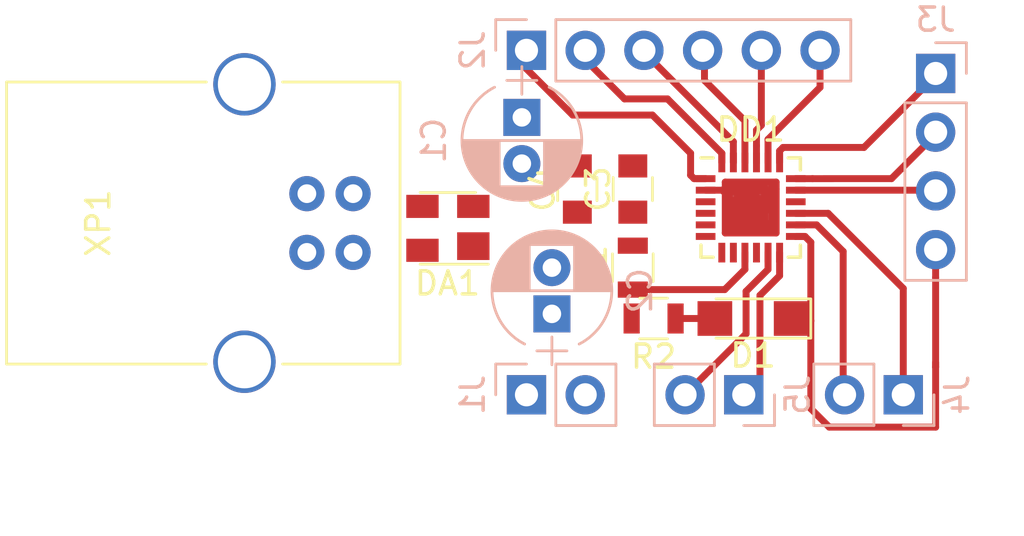
<source format=kicad_pcb>
(kicad_pcb (version 20170123) (host pcbnew no-vcs-found-6d52987~59~ubuntu16.04.1)

  (general
    (thickness 1.6)
    (drawings 0)
    (tracks 115)
    (zones 0)
    (modules 15)
    (nets 24)
  )

  (page A4)
  (layers
    (0 F.Cu signal)
    (31 B.Cu signal)
    (32 B.Adhes user)
    (33 F.Adhes user)
    (34 B.Paste user)
    (35 F.Paste user)
    (36 B.SilkS user)
    (37 F.SilkS user)
    (38 B.Mask user)
    (39 F.Mask user)
    (40 Dwgs.User user)
    (41 Cmts.User user)
    (42 Eco1.User user)
    (43 Eco2.User user)
    (44 Edge.Cuts user)
    (45 Margin user)
    (46 B.CrtYd user)
    (47 F.CrtYd user)
    (48 B.Fab user)
    (49 F.Fab user)
  )

  (setup
    (last_trace_width 0.3)
    (trace_clearance 0.2)
    (zone_clearance 0.508)
    (zone_45_only no)
    (trace_min 0.25)
    (segment_width 0.2)
    (edge_width 0.15)
    (via_size 0.8)
    (via_drill 0.5)
    (via_min_size 0.5)
    (via_min_drill 0.3)
    (uvia_size 0.6)
    (uvia_drill 0.4)
    (uvias_allowed no)
    (uvia_min_size 0.2)
    (uvia_min_drill 0.1)
    (pcb_text_width 0.3)
    (pcb_text_size 1.5 1.5)
    (mod_edge_width 0.15)
    (mod_text_size 1 1)
    (mod_text_width 0.15)
    (pad_size 1.524 1.524)
    (pad_drill 0.762)
    (pad_to_mask_clearance 0.2)
    (aux_axis_origin 0 0)
    (visible_elements FFFFFF7F)
    (pcbplotparams
      (layerselection 0x00030_ffffffff)
      (usegerberextensions false)
      (excludeedgelayer true)
      (linewidth 0.050000)
      (plotframeref false)
      (viasonmask false)
      (mode 1)
      (useauxorigin false)
      (hpglpennumber 1)
      (hpglpenspeed 20)
      (hpglpendiameter 15)
      (psnegative false)
      (psa4output false)
      (plotreference true)
      (plotvalue true)
      (plotinvisibletext false)
      (padsonsilk false)
      (subtractmaskfromsilk false)
      (outputformat 1)
      (mirror false)
      (drillshape 1)
      (scaleselection 1)
      (outputdirectory ""))
  )

  (net 0 "")
  (net 1 "Net-(C1-Pad2)")
  (net 2 "Net-(C1-Pad1)")
  (net 3 "Net-(C2-Pad1)")
  (net 4 "Net-(C4-Pad1)")
  (net 5 "Net-(D1-Pad1)")
  (net 6 "Net-(D1-Pad2)")
  (net 7 "Net-(DA1-Pad3)")
  (net 8 "Net-(DA1-Pad2)")
  (net 9 "Net-(DA1-Pad1)")
  (net 10 "Net-(DD1-Pad24)")
  (net 11 "Net-(DD1-Pad23)")
  (net 12 "Net-(DD1-Pad22)")
  (net 13 "Net-(DD1-Pad21)")
  (net 14 "Net-(DD1-Pad20)")
  (net 15 "Net-(DD1-Pad19)")
  (net 16 "Net-(DD1-Pad18)")
  (net 17 "Net-(DD1-Pad17)")
  (net 18 "Net-(DD1-Pad15)")
  (net 19 "Net-(DD1-Pad14)")
  (net 20 "Net-(DD1-Pad12)")
  (net 21 "Net-(DD1-Pad11)")
  (net 22 "Net-(DD1-Pad9)")
  (net 23 "Net-(DD1-Pad1)")

  (net_class Default "Это класс цепей по умолчанию."
    (clearance 0.2)
    (trace_width 0.3)
    (via_dia 0.8)
    (via_drill 0.5)
    (uvia_dia 0.6)
    (uvia_drill 0.4)
    (diff_pair_gap 0.3)
    (diff_pair_width 0.3)
    (add_net "Net-(C1-Pad1)")
    (add_net "Net-(C1-Pad2)")
    (add_net "Net-(C2-Pad1)")
    (add_net "Net-(C4-Pad1)")
    (add_net "Net-(D1-Pad1)")
    (add_net "Net-(D1-Pad2)")
    (add_net "Net-(DA1-Pad1)")
    (add_net "Net-(DA1-Pad2)")
    (add_net "Net-(DA1-Pad3)")
    (add_net "Net-(DD1-Pad1)")
    (add_net "Net-(DD1-Pad11)")
    (add_net "Net-(DD1-Pad12)")
    (add_net "Net-(DD1-Pad14)")
    (add_net "Net-(DD1-Pad15)")
    (add_net "Net-(DD1-Pad17)")
    (add_net "Net-(DD1-Pad18)")
    (add_net "Net-(DD1-Pad19)")
    (add_net "Net-(DD1-Pad20)")
    (add_net "Net-(DD1-Pad21)")
    (add_net "Net-(DD1-Pad22)")
    (add_net "Net-(DD1-Pad23)")
    (add_net "Net-(DD1-Pad24)")
    (add_net "Net-(DD1-Pad9)")
  )

  (module Capacitors_ThroughHole:CP_Radial_D5.0mm_P2.00mm (layer B.Cu) (tedit 597BC7C2) (tstamp 5AB319DD)
    (at 133.8 62.8 270)
    (descr "CP, Radial series, Radial, pin pitch=2.00mm, , diameter=5mm, Electrolytic Capacitor")
    (tags "CP Radial series Radial pin pitch 2.00mm  diameter 5mm Electrolytic Capacitor")
    (path /5AB25DE3)
    (fp_text reference C1 (at 1 3.81 270) (layer B.SilkS)
      (effects (font (size 1 1) (thickness 0.15)) (justify mirror))
    )
    (fp_text value 4.7 (at 1 -3.81 270) (layer B.Fab)
      (effects (font (size 1 1) (thickness 0.15)) (justify mirror))
    )
    (fp_text user %R (at 1 0 270) (layer B.Fab)
      (effects (font (size 1 1) (thickness 0.15)) (justify mirror))
    )
    (fp_line (start 3.85 2.85) (end -1.85 2.85) (layer B.CrtYd) (width 0.05))
    (fp_line (start 3.85 -2.85) (end 3.85 2.85) (layer B.CrtYd) (width 0.05))
    (fp_line (start -1.85 -2.85) (end 3.85 -2.85) (layer B.CrtYd) (width 0.05))
    (fp_line (start -1.85 2.85) (end -1.85 -2.85) (layer B.CrtYd) (width 0.05))
    (fp_line (start -1.6 0.65) (end -1.6 -0.65) (layer B.SilkS) (width 0.12))
    (fp_line (start -2.2 0) (end -1 0) (layer B.SilkS) (width 0.12))
    (fp_line (start 3.561 0.354) (end 3.561 -0.354) (layer B.SilkS) (width 0.12))
    (fp_line (start 3.521 0.559) (end 3.521 -0.559) (layer B.SilkS) (width 0.12))
    (fp_line (start 3.481 0.707) (end 3.481 -0.707) (layer B.SilkS) (width 0.12))
    (fp_line (start 3.441 0.829) (end 3.441 -0.829) (layer B.SilkS) (width 0.12))
    (fp_line (start 3.401 0.934) (end 3.401 -0.934) (layer B.SilkS) (width 0.12))
    (fp_line (start 3.361 1.028) (end 3.361 -1.028) (layer B.SilkS) (width 0.12))
    (fp_line (start 3.321 1.112) (end 3.321 -1.112) (layer B.SilkS) (width 0.12))
    (fp_line (start 3.281 1.189) (end 3.281 -1.189) (layer B.SilkS) (width 0.12))
    (fp_line (start 3.241 1.261) (end 3.241 -1.261) (layer B.SilkS) (width 0.12))
    (fp_line (start 3.201 1.327) (end 3.201 -1.327) (layer B.SilkS) (width 0.12))
    (fp_line (start 3.161 1.39) (end 3.161 -1.39) (layer B.SilkS) (width 0.12))
    (fp_line (start 3.121 1.448) (end 3.121 -1.448) (layer B.SilkS) (width 0.12))
    (fp_line (start 3.081 1.504) (end 3.081 -1.504) (layer B.SilkS) (width 0.12))
    (fp_line (start 3.041 1.556) (end 3.041 -1.556) (layer B.SilkS) (width 0.12))
    (fp_line (start 3.001 1.606) (end 3.001 -1.606) (layer B.SilkS) (width 0.12))
    (fp_line (start 2.961 -0.98) (end 2.961 -1.654) (layer B.SilkS) (width 0.12))
    (fp_line (start 2.961 1.654) (end 2.961 0.98) (layer B.SilkS) (width 0.12))
    (fp_line (start 2.921 -0.98) (end 2.921 -1.699) (layer B.SilkS) (width 0.12))
    (fp_line (start 2.921 1.699) (end 2.921 0.98) (layer B.SilkS) (width 0.12))
    (fp_line (start 2.881 -0.98) (end 2.881 -1.742) (layer B.SilkS) (width 0.12))
    (fp_line (start 2.881 1.742) (end 2.881 0.98) (layer B.SilkS) (width 0.12))
    (fp_line (start 2.841 -0.98) (end 2.841 -1.783) (layer B.SilkS) (width 0.12))
    (fp_line (start 2.841 1.783) (end 2.841 0.98) (layer B.SilkS) (width 0.12))
    (fp_line (start 2.801 -0.98) (end 2.801 -1.823) (layer B.SilkS) (width 0.12))
    (fp_line (start 2.801 1.823) (end 2.801 0.98) (layer B.SilkS) (width 0.12))
    (fp_line (start 2.761 -0.98) (end 2.761 -1.861) (layer B.SilkS) (width 0.12))
    (fp_line (start 2.761 1.861) (end 2.761 0.98) (layer B.SilkS) (width 0.12))
    (fp_line (start 2.721 -0.98) (end 2.721 -1.897) (layer B.SilkS) (width 0.12))
    (fp_line (start 2.721 1.897) (end 2.721 0.98) (layer B.SilkS) (width 0.12))
    (fp_line (start 2.681 -0.98) (end 2.681 -1.932) (layer B.SilkS) (width 0.12))
    (fp_line (start 2.681 1.932) (end 2.681 0.98) (layer B.SilkS) (width 0.12))
    (fp_line (start 2.641 -0.98) (end 2.641 -1.965) (layer B.SilkS) (width 0.12))
    (fp_line (start 2.641 1.965) (end 2.641 0.98) (layer B.SilkS) (width 0.12))
    (fp_line (start 2.601 -0.98) (end 2.601 -1.997) (layer B.SilkS) (width 0.12))
    (fp_line (start 2.601 1.997) (end 2.601 0.98) (layer B.SilkS) (width 0.12))
    (fp_line (start 2.561 -0.98) (end 2.561 -2.028) (layer B.SilkS) (width 0.12))
    (fp_line (start 2.561 2.028) (end 2.561 0.98) (layer B.SilkS) (width 0.12))
    (fp_line (start 2.521 -0.98) (end 2.521 -2.058) (layer B.SilkS) (width 0.12))
    (fp_line (start 2.521 2.058) (end 2.521 0.98) (layer B.SilkS) (width 0.12))
    (fp_line (start 2.481 -0.98) (end 2.481 -2.086) (layer B.SilkS) (width 0.12))
    (fp_line (start 2.481 2.086) (end 2.481 0.98) (layer B.SilkS) (width 0.12))
    (fp_line (start 2.441 -0.98) (end 2.441 -2.113) (layer B.SilkS) (width 0.12))
    (fp_line (start 2.441 2.113) (end 2.441 0.98) (layer B.SilkS) (width 0.12))
    (fp_line (start 2.401 -0.98) (end 2.401 -2.14) (layer B.SilkS) (width 0.12))
    (fp_line (start 2.401 2.14) (end 2.401 0.98) (layer B.SilkS) (width 0.12))
    (fp_line (start 2.361 -0.98) (end 2.361 -2.165) (layer B.SilkS) (width 0.12))
    (fp_line (start 2.361 2.165) (end 2.361 0.98) (layer B.SilkS) (width 0.12))
    (fp_line (start 2.321 -0.98) (end 2.321 -2.189) (layer B.SilkS) (width 0.12))
    (fp_line (start 2.321 2.189) (end 2.321 0.98) (layer B.SilkS) (width 0.12))
    (fp_line (start 2.281 -0.98) (end 2.281 -2.212) (layer B.SilkS) (width 0.12))
    (fp_line (start 2.281 2.212) (end 2.281 0.98) (layer B.SilkS) (width 0.12))
    (fp_line (start 2.241 -0.98) (end 2.241 -2.234) (layer B.SilkS) (width 0.12))
    (fp_line (start 2.241 2.234) (end 2.241 0.98) (layer B.SilkS) (width 0.12))
    (fp_line (start 2.201 -0.98) (end 2.201 -2.256) (layer B.SilkS) (width 0.12))
    (fp_line (start 2.201 2.256) (end 2.201 0.98) (layer B.SilkS) (width 0.12))
    (fp_line (start 2.161 -0.98) (end 2.161 -2.276) (layer B.SilkS) (width 0.12))
    (fp_line (start 2.161 2.276) (end 2.161 0.98) (layer B.SilkS) (width 0.12))
    (fp_line (start 2.121 -0.98) (end 2.121 -2.296) (layer B.SilkS) (width 0.12))
    (fp_line (start 2.121 2.296) (end 2.121 0.98) (layer B.SilkS) (width 0.12))
    (fp_line (start 2.081 -0.98) (end 2.081 -2.315) (layer B.SilkS) (width 0.12))
    (fp_line (start 2.081 2.315) (end 2.081 0.98) (layer B.SilkS) (width 0.12))
    (fp_line (start 2.041 -0.98) (end 2.041 -2.333) (layer B.SilkS) (width 0.12))
    (fp_line (start 2.041 2.333) (end 2.041 0.98) (layer B.SilkS) (width 0.12))
    (fp_line (start 2.001 -0.98) (end 2.001 -2.35) (layer B.SilkS) (width 0.12))
    (fp_line (start 2.001 2.35) (end 2.001 0.98) (layer B.SilkS) (width 0.12))
    (fp_line (start 1.961 -0.98) (end 1.961 -2.366) (layer B.SilkS) (width 0.12))
    (fp_line (start 1.961 2.366) (end 1.961 0.98) (layer B.SilkS) (width 0.12))
    (fp_line (start 1.921 -0.98) (end 1.921 -2.382) (layer B.SilkS) (width 0.12))
    (fp_line (start 1.921 2.382) (end 1.921 0.98) (layer B.SilkS) (width 0.12))
    (fp_line (start 1.881 -0.98) (end 1.881 -2.396) (layer B.SilkS) (width 0.12))
    (fp_line (start 1.881 2.396) (end 1.881 0.98) (layer B.SilkS) (width 0.12))
    (fp_line (start 1.841 -0.98) (end 1.841 -2.41) (layer B.SilkS) (width 0.12))
    (fp_line (start 1.841 2.41) (end 1.841 0.98) (layer B.SilkS) (width 0.12))
    (fp_line (start 1.801 -0.98) (end 1.801 -2.424) (layer B.SilkS) (width 0.12))
    (fp_line (start 1.801 2.424) (end 1.801 0.98) (layer B.SilkS) (width 0.12))
    (fp_line (start 1.761 -0.98) (end 1.761 -2.436) (layer B.SilkS) (width 0.12))
    (fp_line (start 1.761 2.436) (end 1.761 0.98) (layer B.SilkS) (width 0.12))
    (fp_line (start 1.721 -0.98) (end 1.721 -2.448) (layer B.SilkS) (width 0.12))
    (fp_line (start 1.721 2.448) (end 1.721 0.98) (layer B.SilkS) (width 0.12))
    (fp_line (start 1.68 -0.98) (end 1.68 -2.46) (layer B.SilkS) (width 0.12))
    (fp_line (start 1.68 2.46) (end 1.68 0.98) (layer B.SilkS) (width 0.12))
    (fp_line (start 1.64 -0.98) (end 1.64 -2.47) (layer B.SilkS) (width 0.12))
    (fp_line (start 1.64 2.47) (end 1.64 0.98) (layer B.SilkS) (width 0.12))
    (fp_line (start 1.6 -0.98) (end 1.6 -2.48) (layer B.SilkS) (width 0.12))
    (fp_line (start 1.6 2.48) (end 1.6 0.98) (layer B.SilkS) (width 0.12))
    (fp_line (start 1.56 -0.98) (end 1.56 -2.489) (layer B.SilkS) (width 0.12))
    (fp_line (start 1.56 2.489) (end 1.56 0.98) (layer B.SilkS) (width 0.12))
    (fp_line (start 1.52 -0.98) (end 1.52 -2.498) (layer B.SilkS) (width 0.12))
    (fp_line (start 1.52 2.498) (end 1.52 0.98) (layer B.SilkS) (width 0.12))
    (fp_line (start 1.48 -0.98) (end 1.48 -2.506) (layer B.SilkS) (width 0.12))
    (fp_line (start 1.48 2.506) (end 1.48 0.98) (layer B.SilkS) (width 0.12))
    (fp_line (start 1.44 -0.98) (end 1.44 -2.513) (layer B.SilkS) (width 0.12))
    (fp_line (start 1.44 2.513) (end 1.44 0.98) (layer B.SilkS) (width 0.12))
    (fp_line (start 1.4 -0.98) (end 1.4 -2.519) (layer B.SilkS) (width 0.12))
    (fp_line (start 1.4 2.519) (end 1.4 0.98) (layer B.SilkS) (width 0.12))
    (fp_line (start 1.36 -0.98) (end 1.36 -2.525) (layer B.SilkS) (width 0.12))
    (fp_line (start 1.36 2.525) (end 1.36 0.98) (layer B.SilkS) (width 0.12))
    (fp_line (start 1.32 -0.98) (end 1.32 -2.531) (layer B.SilkS) (width 0.12))
    (fp_line (start 1.32 2.531) (end 1.32 0.98) (layer B.SilkS) (width 0.12))
    (fp_line (start 1.28 -0.98) (end 1.28 -2.535) (layer B.SilkS) (width 0.12))
    (fp_line (start 1.28 2.535) (end 1.28 0.98) (layer B.SilkS) (width 0.12))
    (fp_line (start 1.24 -0.98) (end 1.24 -2.539) (layer B.SilkS) (width 0.12))
    (fp_line (start 1.24 2.539) (end 1.24 0.98) (layer B.SilkS) (width 0.12))
    (fp_line (start 1.2 -0.98) (end 1.2 -2.543) (layer B.SilkS) (width 0.12))
    (fp_line (start 1.2 2.543) (end 1.2 0.98) (layer B.SilkS) (width 0.12))
    (fp_line (start 1.16 -0.98) (end 1.16 -2.546) (layer B.SilkS) (width 0.12))
    (fp_line (start 1.16 2.546) (end 1.16 0.98) (layer B.SilkS) (width 0.12))
    (fp_line (start 1.12 -0.98) (end 1.12 -2.548) (layer B.SilkS) (width 0.12))
    (fp_line (start 1.12 2.548) (end 1.12 0.98) (layer B.SilkS) (width 0.12))
    (fp_line (start 1.08 -0.98) (end 1.08 -2.549) (layer B.SilkS) (width 0.12))
    (fp_line (start 1.08 2.549) (end 1.08 0.98) (layer B.SilkS) (width 0.12))
    (fp_line (start 1.04 -0.98) (end 1.04 -2.55) (layer B.SilkS) (width 0.12))
    (fp_line (start 1.04 2.55) (end 1.04 0.98) (layer B.SilkS) (width 0.12))
    (fp_line (start 1 2.55) (end 1 -2.55) (layer B.SilkS) (width 0.12))
    (fp_line (start -1.6 0.65) (end -1.6 -0.65) (layer B.Fab) (width 0.1))
    (fp_line (start -2.2 0) (end -1 0) (layer B.Fab) (width 0.1))
    (fp_circle (center 1 0) (end 3.5 0) (layer B.Fab) (width 0.1))
    (fp_arc (start 1 0) (end 3.30558 1.18) (angle -54.2) (layer B.SilkS) (width 0.12))
    (fp_arc (start 1 0) (end -1.30558 -1.18) (angle 125.8) (layer B.SilkS) (width 0.12))
    (fp_arc (start 1 0) (end -1.30558 1.18) (angle -125.8) (layer B.SilkS) (width 0.12))
    (pad 2 thru_hole circle (at 2 0 270) (size 1.6 1.6) (drill 0.8) (layers *.Cu *.Mask)
      (net 1 "Net-(C1-Pad2)"))
    (pad 1 thru_hole rect (at 0 0 270) (size 1.6 1.6) (drill 0.8) (layers *.Cu *.Mask)
      (net 2 "Net-(C1-Pad1)"))
    (model ${KISYS3DMOD}/Capacitors_THT.3dshapes/CP_Radial_D5.0mm_P2.00mm.wrl
      (at (xyz 0 0 0))
      (scale (xyz 1 1 1))
      (rotate (xyz 0 0 0))
    )
  )

  (module Capacitors_ThroughHole:CP_Radial_D5.0mm_P2.00mm (layer B.Cu) (tedit 597BC7C2) (tstamp 5AB31A62)
    (at 135.1 71.3 90)
    (descr "CP, Radial series, Radial, pin pitch=2.00mm, , diameter=5mm, Electrolytic Capacitor")
    (tags "CP Radial series Radial pin pitch 2.00mm  diameter 5mm Electrolytic Capacitor")
    (path /5AB25E5E)
    (fp_text reference C2 (at 1 3.81 90) (layer B.SilkS)
      (effects (font (size 1 1) (thickness 0.15)) (justify mirror))
    )
    (fp_text value 4.7 (at 1 -3.81 90) (layer B.Fab)
      (effects (font (size 1 1) (thickness 0.15)) (justify mirror))
    )
    (fp_arc (start 1 0) (end -1.30558 1.18) (angle -125.8) (layer B.SilkS) (width 0.12))
    (fp_arc (start 1 0) (end -1.30558 -1.18) (angle 125.8) (layer B.SilkS) (width 0.12))
    (fp_arc (start 1 0) (end 3.30558 1.18) (angle -54.2) (layer B.SilkS) (width 0.12))
    (fp_circle (center 1 0) (end 3.5 0) (layer B.Fab) (width 0.1))
    (fp_line (start -2.2 0) (end -1 0) (layer B.Fab) (width 0.1))
    (fp_line (start -1.6 0.65) (end -1.6 -0.65) (layer B.Fab) (width 0.1))
    (fp_line (start 1 2.55) (end 1 -2.55) (layer B.SilkS) (width 0.12))
    (fp_line (start 1.04 2.55) (end 1.04 0.98) (layer B.SilkS) (width 0.12))
    (fp_line (start 1.04 -0.98) (end 1.04 -2.55) (layer B.SilkS) (width 0.12))
    (fp_line (start 1.08 2.549) (end 1.08 0.98) (layer B.SilkS) (width 0.12))
    (fp_line (start 1.08 -0.98) (end 1.08 -2.549) (layer B.SilkS) (width 0.12))
    (fp_line (start 1.12 2.548) (end 1.12 0.98) (layer B.SilkS) (width 0.12))
    (fp_line (start 1.12 -0.98) (end 1.12 -2.548) (layer B.SilkS) (width 0.12))
    (fp_line (start 1.16 2.546) (end 1.16 0.98) (layer B.SilkS) (width 0.12))
    (fp_line (start 1.16 -0.98) (end 1.16 -2.546) (layer B.SilkS) (width 0.12))
    (fp_line (start 1.2 2.543) (end 1.2 0.98) (layer B.SilkS) (width 0.12))
    (fp_line (start 1.2 -0.98) (end 1.2 -2.543) (layer B.SilkS) (width 0.12))
    (fp_line (start 1.24 2.539) (end 1.24 0.98) (layer B.SilkS) (width 0.12))
    (fp_line (start 1.24 -0.98) (end 1.24 -2.539) (layer B.SilkS) (width 0.12))
    (fp_line (start 1.28 2.535) (end 1.28 0.98) (layer B.SilkS) (width 0.12))
    (fp_line (start 1.28 -0.98) (end 1.28 -2.535) (layer B.SilkS) (width 0.12))
    (fp_line (start 1.32 2.531) (end 1.32 0.98) (layer B.SilkS) (width 0.12))
    (fp_line (start 1.32 -0.98) (end 1.32 -2.531) (layer B.SilkS) (width 0.12))
    (fp_line (start 1.36 2.525) (end 1.36 0.98) (layer B.SilkS) (width 0.12))
    (fp_line (start 1.36 -0.98) (end 1.36 -2.525) (layer B.SilkS) (width 0.12))
    (fp_line (start 1.4 2.519) (end 1.4 0.98) (layer B.SilkS) (width 0.12))
    (fp_line (start 1.4 -0.98) (end 1.4 -2.519) (layer B.SilkS) (width 0.12))
    (fp_line (start 1.44 2.513) (end 1.44 0.98) (layer B.SilkS) (width 0.12))
    (fp_line (start 1.44 -0.98) (end 1.44 -2.513) (layer B.SilkS) (width 0.12))
    (fp_line (start 1.48 2.506) (end 1.48 0.98) (layer B.SilkS) (width 0.12))
    (fp_line (start 1.48 -0.98) (end 1.48 -2.506) (layer B.SilkS) (width 0.12))
    (fp_line (start 1.52 2.498) (end 1.52 0.98) (layer B.SilkS) (width 0.12))
    (fp_line (start 1.52 -0.98) (end 1.52 -2.498) (layer B.SilkS) (width 0.12))
    (fp_line (start 1.56 2.489) (end 1.56 0.98) (layer B.SilkS) (width 0.12))
    (fp_line (start 1.56 -0.98) (end 1.56 -2.489) (layer B.SilkS) (width 0.12))
    (fp_line (start 1.6 2.48) (end 1.6 0.98) (layer B.SilkS) (width 0.12))
    (fp_line (start 1.6 -0.98) (end 1.6 -2.48) (layer B.SilkS) (width 0.12))
    (fp_line (start 1.64 2.47) (end 1.64 0.98) (layer B.SilkS) (width 0.12))
    (fp_line (start 1.64 -0.98) (end 1.64 -2.47) (layer B.SilkS) (width 0.12))
    (fp_line (start 1.68 2.46) (end 1.68 0.98) (layer B.SilkS) (width 0.12))
    (fp_line (start 1.68 -0.98) (end 1.68 -2.46) (layer B.SilkS) (width 0.12))
    (fp_line (start 1.721 2.448) (end 1.721 0.98) (layer B.SilkS) (width 0.12))
    (fp_line (start 1.721 -0.98) (end 1.721 -2.448) (layer B.SilkS) (width 0.12))
    (fp_line (start 1.761 2.436) (end 1.761 0.98) (layer B.SilkS) (width 0.12))
    (fp_line (start 1.761 -0.98) (end 1.761 -2.436) (layer B.SilkS) (width 0.12))
    (fp_line (start 1.801 2.424) (end 1.801 0.98) (layer B.SilkS) (width 0.12))
    (fp_line (start 1.801 -0.98) (end 1.801 -2.424) (layer B.SilkS) (width 0.12))
    (fp_line (start 1.841 2.41) (end 1.841 0.98) (layer B.SilkS) (width 0.12))
    (fp_line (start 1.841 -0.98) (end 1.841 -2.41) (layer B.SilkS) (width 0.12))
    (fp_line (start 1.881 2.396) (end 1.881 0.98) (layer B.SilkS) (width 0.12))
    (fp_line (start 1.881 -0.98) (end 1.881 -2.396) (layer B.SilkS) (width 0.12))
    (fp_line (start 1.921 2.382) (end 1.921 0.98) (layer B.SilkS) (width 0.12))
    (fp_line (start 1.921 -0.98) (end 1.921 -2.382) (layer B.SilkS) (width 0.12))
    (fp_line (start 1.961 2.366) (end 1.961 0.98) (layer B.SilkS) (width 0.12))
    (fp_line (start 1.961 -0.98) (end 1.961 -2.366) (layer B.SilkS) (width 0.12))
    (fp_line (start 2.001 2.35) (end 2.001 0.98) (layer B.SilkS) (width 0.12))
    (fp_line (start 2.001 -0.98) (end 2.001 -2.35) (layer B.SilkS) (width 0.12))
    (fp_line (start 2.041 2.333) (end 2.041 0.98) (layer B.SilkS) (width 0.12))
    (fp_line (start 2.041 -0.98) (end 2.041 -2.333) (layer B.SilkS) (width 0.12))
    (fp_line (start 2.081 2.315) (end 2.081 0.98) (layer B.SilkS) (width 0.12))
    (fp_line (start 2.081 -0.98) (end 2.081 -2.315) (layer B.SilkS) (width 0.12))
    (fp_line (start 2.121 2.296) (end 2.121 0.98) (layer B.SilkS) (width 0.12))
    (fp_line (start 2.121 -0.98) (end 2.121 -2.296) (layer B.SilkS) (width 0.12))
    (fp_line (start 2.161 2.276) (end 2.161 0.98) (layer B.SilkS) (width 0.12))
    (fp_line (start 2.161 -0.98) (end 2.161 -2.276) (layer B.SilkS) (width 0.12))
    (fp_line (start 2.201 2.256) (end 2.201 0.98) (layer B.SilkS) (width 0.12))
    (fp_line (start 2.201 -0.98) (end 2.201 -2.256) (layer B.SilkS) (width 0.12))
    (fp_line (start 2.241 2.234) (end 2.241 0.98) (layer B.SilkS) (width 0.12))
    (fp_line (start 2.241 -0.98) (end 2.241 -2.234) (layer B.SilkS) (width 0.12))
    (fp_line (start 2.281 2.212) (end 2.281 0.98) (layer B.SilkS) (width 0.12))
    (fp_line (start 2.281 -0.98) (end 2.281 -2.212) (layer B.SilkS) (width 0.12))
    (fp_line (start 2.321 2.189) (end 2.321 0.98) (layer B.SilkS) (width 0.12))
    (fp_line (start 2.321 -0.98) (end 2.321 -2.189) (layer B.SilkS) (width 0.12))
    (fp_line (start 2.361 2.165) (end 2.361 0.98) (layer B.SilkS) (width 0.12))
    (fp_line (start 2.361 -0.98) (end 2.361 -2.165) (layer B.SilkS) (width 0.12))
    (fp_line (start 2.401 2.14) (end 2.401 0.98) (layer B.SilkS) (width 0.12))
    (fp_line (start 2.401 -0.98) (end 2.401 -2.14) (layer B.SilkS) (width 0.12))
    (fp_line (start 2.441 2.113) (end 2.441 0.98) (layer B.SilkS) (width 0.12))
    (fp_line (start 2.441 -0.98) (end 2.441 -2.113) (layer B.SilkS) (width 0.12))
    (fp_line (start 2.481 2.086) (end 2.481 0.98) (layer B.SilkS) (width 0.12))
    (fp_line (start 2.481 -0.98) (end 2.481 -2.086) (layer B.SilkS) (width 0.12))
    (fp_line (start 2.521 2.058) (end 2.521 0.98) (layer B.SilkS) (width 0.12))
    (fp_line (start 2.521 -0.98) (end 2.521 -2.058) (layer B.SilkS) (width 0.12))
    (fp_line (start 2.561 2.028) (end 2.561 0.98) (layer B.SilkS) (width 0.12))
    (fp_line (start 2.561 -0.98) (end 2.561 -2.028) (layer B.SilkS) (width 0.12))
    (fp_line (start 2.601 1.997) (end 2.601 0.98) (layer B.SilkS) (width 0.12))
    (fp_line (start 2.601 -0.98) (end 2.601 -1.997) (layer B.SilkS) (width 0.12))
    (fp_line (start 2.641 1.965) (end 2.641 0.98) (layer B.SilkS) (width 0.12))
    (fp_line (start 2.641 -0.98) (end 2.641 -1.965) (layer B.SilkS) (width 0.12))
    (fp_line (start 2.681 1.932) (end 2.681 0.98) (layer B.SilkS) (width 0.12))
    (fp_line (start 2.681 -0.98) (end 2.681 -1.932) (layer B.SilkS) (width 0.12))
    (fp_line (start 2.721 1.897) (end 2.721 0.98) (layer B.SilkS) (width 0.12))
    (fp_line (start 2.721 -0.98) (end 2.721 -1.897) (layer B.SilkS) (width 0.12))
    (fp_line (start 2.761 1.861) (end 2.761 0.98) (layer B.SilkS) (width 0.12))
    (fp_line (start 2.761 -0.98) (end 2.761 -1.861) (layer B.SilkS) (width 0.12))
    (fp_line (start 2.801 1.823) (end 2.801 0.98) (layer B.SilkS) (width 0.12))
    (fp_line (start 2.801 -0.98) (end 2.801 -1.823) (layer B.SilkS) (width 0.12))
    (fp_line (start 2.841 1.783) (end 2.841 0.98) (layer B.SilkS) (width 0.12))
    (fp_line (start 2.841 -0.98) (end 2.841 -1.783) (layer B.SilkS) (width 0.12))
    (fp_line (start 2.881 1.742) (end 2.881 0.98) (layer B.SilkS) (width 0.12))
    (fp_line (start 2.881 -0.98) (end 2.881 -1.742) (layer B.SilkS) (width 0.12))
    (fp_line (start 2.921 1.699) (end 2.921 0.98) (layer B.SilkS) (width 0.12))
    (fp_line (start 2.921 -0.98) (end 2.921 -1.699) (layer B.SilkS) (width 0.12))
    (fp_line (start 2.961 1.654) (end 2.961 0.98) (layer B.SilkS) (width 0.12))
    (fp_line (start 2.961 -0.98) (end 2.961 -1.654) (layer B.SilkS) (width 0.12))
    (fp_line (start 3.001 1.606) (end 3.001 -1.606) (layer B.SilkS) (width 0.12))
    (fp_line (start 3.041 1.556) (end 3.041 -1.556) (layer B.SilkS) (width 0.12))
    (fp_line (start 3.081 1.504) (end 3.081 -1.504) (layer B.SilkS) (width 0.12))
    (fp_line (start 3.121 1.448) (end 3.121 -1.448) (layer B.SilkS) (width 0.12))
    (fp_line (start 3.161 1.39) (end 3.161 -1.39) (layer B.SilkS) (width 0.12))
    (fp_line (start 3.201 1.327) (end 3.201 -1.327) (layer B.SilkS) (width 0.12))
    (fp_line (start 3.241 1.261) (end 3.241 -1.261) (layer B.SilkS) (width 0.12))
    (fp_line (start 3.281 1.189) (end 3.281 -1.189) (layer B.SilkS) (width 0.12))
    (fp_line (start 3.321 1.112) (end 3.321 -1.112) (layer B.SilkS) (width 0.12))
    (fp_line (start 3.361 1.028) (end 3.361 -1.028) (layer B.SilkS) (width 0.12))
    (fp_line (start 3.401 0.934) (end 3.401 -0.934) (layer B.SilkS) (width 0.12))
    (fp_line (start 3.441 0.829) (end 3.441 -0.829) (layer B.SilkS) (width 0.12))
    (fp_line (start 3.481 0.707) (end 3.481 -0.707) (layer B.SilkS) (width 0.12))
    (fp_line (start 3.521 0.559) (end 3.521 -0.559) (layer B.SilkS) (width 0.12))
    (fp_line (start 3.561 0.354) (end 3.561 -0.354) (layer B.SilkS) (width 0.12))
    (fp_line (start -2.2 0) (end -1 0) (layer B.SilkS) (width 0.12))
    (fp_line (start -1.6 0.65) (end -1.6 -0.65) (layer B.SilkS) (width 0.12))
    (fp_line (start -1.85 2.85) (end -1.85 -2.85) (layer B.CrtYd) (width 0.05))
    (fp_line (start -1.85 -2.85) (end 3.85 -2.85) (layer B.CrtYd) (width 0.05))
    (fp_line (start 3.85 -2.85) (end 3.85 2.85) (layer B.CrtYd) (width 0.05))
    (fp_line (start 3.85 2.85) (end -1.85 2.85) (layer B.CrtYd) (width 0.05))
    (fp_text user %R (at 1 0 90) (layer B.Fab)
      (effects (font (size 1 1) (thickness 0.15)) (justify mirror))
    )
    (pad 1 thru_hole rect (at 0 0 90) (size 1.6 1.6) (drill 0.8) (layers *.Cu *.Mask)
      (net 3 "Net-(C2-Pad1)"))
    (pad 2 thru_hole circle (at 2 0 90) (size 1.6 1.6) (drill 0.8) (layers *.Cu *.Mask)
      (net 1 "Net-(C1-Pad2)"))
    (model ${KISYS3DMOD}/Capacitors_THT.3dshapes/CP_Radial_D5.0mm_P2.00mm.wrl
      (at (xyz 0 0 0))
      (scale (xyz 1 1 1))
      (rotate (xyz 0 0 0))
    )
  )

  (module Capacitors_SMD:C_0805 (layer F.Cu) (tedit 58AA8463) (tstamp 5AB31A73)
    (at 138.6 65.9 90)
    (descr "Capacitor SMD 0805, reflow soldering, AVX (see smccp.pdf)")
    (tags "capacitor 0805")
    (path /5AB25F26)
    (attr smd)
    (fp_text reference C3 (at 0 -1.5 90) (layer F.SilkS)
      (effects (font (size 1 1) (thickness 0.15)))
    )
    (fp_text value 0.1 (at 0 1.75 90) (layer F.Fab)
      (effects (font (size 1 1) (thickness 0.15)))
    )
    (fp_text user %R (at 0 -1.5 90) (layer F.Fab)
      (effects (font (size 1 1) (thickness 0.15)))
    )
    (fp_line (start -1 0.62) (end -1 -0.62) (layer F.Fab) (width 0.1))
    (fp_line (start 1 0.62) (end -1 0.62) (layer F.Fab) (width 0.1))
    (fp_line (start 1 -0.62) (end 1 0.62) (layer F.Fab) (width 0.1))
    (fp_line (start -1 -0.62) (end 1 -0.62) (layer F.Fab) (width 0.1))
    (fp_line (start 0.5 -0.85) (end -0.5 -0.85) (layer F.SilkS) (width 0.12))
    (fp_line (start -0.5 0.85) (end 0.5 0.85) (layer F.SilkS) (width 0.12))
    (fp_line (start -1.75 -0.88) (end 1.75 -0.88) (layer F.CrtYd) (width 0.05))
    (fp_line (start -1.75 -0.88) (end -1.75 0.87) (layer F.CrtYd) (width 0.05))
    (fp_line (start 1.75 0.87) (end 1.75 -0.88) (layer F.CrtYd) (width 0.05))
    (fp_line (start 1.75 0.87) (end -1.75 0.87) (layer F.CrtYd) (width 0.05))
    (pad 1 smd rect (at -1 0 90) (size 1 1.25) (layers F.Cu F.Paste F.Mask)
      (net 3 "Net-(C2-Pad1)"))
    (pad 2 smd rect (at 1 0 90) (size 1 1.25) (layers F.Cu F.Paste F.Mask)
      (net 1 "Net-(C1-Pad2)"))
    (model Capacitors_SMD.3dshapes/C_0805.wrl
      (at (xyz 0 0 0))
      (scale (xyz 1 1 1))
      (rotate (xyz 0 0 0))
    )
  )

  (module Capacitors_SMD:C_0805 (layer F.Cu) (tedit 58AA8463) (tstamp 5AB31A84)
    (at 136.2 65.9 90)
    (descr "Capacitor SMD 0805, reflow soldering, AVX (see smccp.pdf)")
    (tags "capacitor 0805")
    (path /5AB25EC9)
    (attr smd)
    (fp_text reference C4 (at 0 -1.5 90) (layer F.SilkS)
      (effects (font (size 1 1) (thickness 0.15)))
    )
    (fp_text value 1.0 (at 0 1.75 90) (layer F.Fab)
      (effects (font (size 1 1) (thickness 0.15)))
    )
    (fp_line (start 1.75 0.87) (end -1.75 0.87) (layer F.CrtYd) (width 0.05))
    (fp_line (start 1.75 0.87) (end 1.75 -0.88) (layer F.CrtYd) (width 0.05))
    (fp_line (start -1.75 -0.88) (end -1.75 0.87) (layer F.CrtYd) (width 0.05))
    (fp_line (start -1.75 -0.88) (end 1.75 -0.88) (layer F.CrtYd) (width 0.05))
    (fp_line (start -0.5 0.85) (end 0.5 0.85) (layer F.SilkS) (width 0.12))
    (fp_line (start 0.5 -0.85) (end -0.5 -0.85) (layer F.SilkS) (width 0.12))
    (fp_line (start -1 -0.62) (end 1 -0.62) (layer F.Fab) (width 0.1))
    (fp_line (start 1 -0.62) (end 1 0.62) (layer F.Fab) (width 0.1))
    (fp_line (start 1 0.62) (end -1 0.62) (layer F.Fab) (width 0.1))
    (fp_line (start -1 0.62) (end -1 -0.62) (layer F.Fab) (width 0.1))
    (fp_text user %R (at 0 -1.5 90) (layer F.Fab)
      (effects (font (size 1 1) (thickness 0.15)))
    )
    (pad 2 smd rect (at 1 0 90) (size 1 1.25) (layers F.Cu F.Paste F.Mask)
      (net 1 "Net-(C1-Pad2)"))
    (pad 1 smd rect (at -1 0 90) (size 1 1.25) (layers F.Cu F.Paste F.Mask)
      (net 4 "Net-(C4-Pad1)"))
    (model Capacitors_SMD.3dshapes/C_0805.wrl
      (at (xyz 0 0 0))
      (scale (xyz 1 1 1))
      (rotate (xyz 0 0 0))
    )
  )

  (module LEDs:LED_1206 (layer F.Cu) (tedit 57FE943C) (tstamp 5AB31A99)
    (at 143.8 71.5 180)
    (descr "LED 1206 smd package")
    (tags "LED led 1206 SMD smd SMT smt smdled SMDLED smtled SMTLED")
    (path /5AB247FF)
    (attr smd)
    (fp_text reference D1 (at 0 -1.6 180) (layer F.SilkS)
      (effects (font (size 1 1) (thickness 0.15)))
    )
    (fp_text value LED (at 0 1.7 180) (layer F.Fab)
      (effects (font (size 1 1) (thickness 0.15)))
    )
    (fp_line (start -2.65 -1) (end 2.65 -1) (layer F.CrtYd) (width 0.05))
    (fp_line (start -2.65 1) (end -2.65 -1) (layer F.CrtYd) (width 0.05))
    (fp_line (start 2.65 1) (end -2.65 1) (layer F.CrtYd) (width 0.05))
    (fp_line (start 2.65 -1) (end 2.65 1) (layer F.CrtYd) (width 0.05))
    (fp_line (start -2.45 -0.85) (end 1.6 -0.85) (layer F.SilkS) (width 0.12))
    (fp_line (start -2.45 0.85) (end 1.6 0.85) (layer F.SilkS) (width 0.12))
    (fp_line (start -1.6 0.8) (end -1.6 -0.8) (layer F.Fab) (width 0.1))
    (fp_line (start -1.6 -0.8) (end 1.6 -0.8) (layer F.Fab) (width 0.1))
    (fp_line (start 1.6 -0.8) (end 1.6 0.8) (layer F.Fab) (width 0.1))
    (fp_line (start 1.6 0.8) (end -1.6 0.8) (layer F.Fab) (width 0.1))
    (fp_line (start 0.2 -0.4) (end 0.2 0.4) (layer F.Fab) (width 0.1))
    (fp_line (start 0.2 0.4) (end -0.4 0) (layer F.Fab) (width 0.1))
    (fp_line (start -0.4 0) (end 0.2 -0.4) (layer F.Fab) (width 0.1))
    (fp_line (start -0.45 -0.4) (end -0.45 0.4) (layer F.Fab) (width 0.1))
    (fp_line (start -2.5 -0.85) (end -2.5 0.85) (layer F.SilkS) (width 0.12))
    (pad 1 smd rect (at -1.65 0) (size 1.5 1.5) (layers F.Cu F.Paste F.Mask)
      (net 5 "Net-(D1-Pad1)"))
    (pad 2 smd rect (at 1.65 0) (size 1.5 1.5) (layers F.Cu F.Paste F.Mask)
      (net 6 "Net-(D1-Pad2)"))
    (model ${KISYS3DMOD}/LEDs.3dshapes/LED_1206.wrl
      (at (xyz 0 0 0))
      (scale (xyz 1 1 1))
      (rotate (xyz 0 0 180))
    )
  )

  (module TO_SOT_Packages_SMD:SOT-143 (layer F.Cu) (tedit 58CE4E7E) (tstamp 5AB31AAD)
    (at 130.6 67.6 180)
    (descr SOT-143)
    (tags SOT-143)
    (path /57FF7AEA)
    (attr smd)
    (fp_text reference DA1 (at 0.02 -2.38 180) (layer F.SilkS)
      (effects (font (size 1 1) (thickness 0.15)))
    )
    (fp_text value SP0503BAHT (at -0.28 2.48 180) (layer F.Fab)
      (effects (font (size 1 1) (thickness 0.15)))
    )
    (fp_line (start -2.05 1.75) (end -2.05 -1.75) (layer F.CrtYd) (width 0.05))
    (fp_line (start -2.05 1.75) (end 2.05 1.75) (layer F.CrtYd) (width 0.05))
    (fp_line (start 2.05 -1.75) (end -2.05 -1.75) (layer F.CrtYd) (width 0.05))
    (fp_line (start 2.05 -1.75) (end 2.05 1.75) (layer F.CrtYd) (width 0.05))
    (fp_line (start 1.2 -1.5) (end 1.2 1.5) (layer F.Fab) (width 0.1))
    (fp_line (start 1.2 1.5) (end -1.2 1.5) (layer F.Fab) (width 0.1))
    (fp_line (start -1.2 1.5) (end -1.2 -1) (layer F.Fab) (width 0.1))
    (fp_line (start -0.7 -1.5) (end 1.2 -1.5) (layer F.Fab) (width 0.1))
    (fp_line (start -1.2 -1) (end -0.7 -1.5) (layer F.Fab) (width 0.1))
    (fp_line (start 1.2 -1.55) (end -1.75 -1.55) (layer F.SilkS) (width 0.12))
    (fp_line (start -1.2 1.55) (end 1.2 1.55) (layer F.SilkS) (width 0.12))
    (fp_text user %R (at 0 0 270) (layer F.Fab)
      (effects (font (size 0.5 0.5) (thickness 0.075)))
    )
    (pad 4 smd rect (at 1.1 -0.95 90) (size 1 1.4) (layers F.Cu F.Paste F.Mask)
      (net 4 "Net-(C4-Pad1)"))
    (pad 3 smd rect (at 1.1 0.95 90) (size 1 1.4) (layers F.Cu F.Paste F.Mask)
      (net 7 "Net-(DA1-Pad3)"))
    (pad 2 smd rect (at -1.1 0.95 90) (size 1 1.4) (layers F.Cu F.Paste F.Mask)
      (net 8 "Net-(DA1-Pad2)"))
    (pad 1 smd rect (at -1.1 -0.77 90) (size 1.2 1.4) (layers F.Cu F.Paste F.Mask)
      (net 9 "Net-(DA1-Pad1)"))
    (model ${KISYS3DMOD}/TO_SOT_Packages_SMD.3dshapes/SOT-143.wrl
      (at (xyz 0 0 0))
      (scale (xyz 1 1 1))
      (rotate (xyz 0 0 0))
    )
  )

  (module Housings_DFN_QFN:QFN-24_4x4mm_Pitch0.5mm_NoMask (layer F.Cu) (tedit 57CEA38E) (tstamp 5AB31ADA)
    (at 143.7 66.7)
    (descr "24-Lead Plastic Quad Flat, No Lead Package (MJ) - 4x4x0.9 mm Body [QFN]; (see Microchip Packaging Specification 00000049BS.pdf)")
    (tags "QFN 0.5")
    (path /5AB240D5)
    (attr smd)
    (fp_text reference DD1 (at 0 -3.375) (layer F.SilkS)
      (effects (font (size 1 1) (thickness 0.15)))
    )
    (fp_text value CP2130 (at 0 3.375) (layer F.Fab)
      (effects (font (size 1 1) (thickness 0.15)))
    )
    (fp_line (start 2.15 -2.15) (end 1.625 -2.15) (layer F.SilkS) (width 0.15))
    (fp_line (start 2.15 2.15) (end 1.625 2.15) (layer F.SilkS) (width 0.15))
    (fp_line (start -2.15 2.15) (end -1.625 2.15) (layer F.SilkS) (width 0.15))
    (fp_line (start -2.15 -2.15) (end -1.625 -2.15) (layer F.SilkS) (width 0.15))
    (fp_line (start 2.15 2.15) (end 2.15 1.625) (layer F.SilkS) (width 0.15))
    (fp_line (start -2.15 2.15) (end -2.15 1.625) (layer F.SilkS) (width 0.15))
    (fp_line (start 2.15 -2.15) (end 2.15 -1.625) (layer F.SilkS) (width 0.15))
    (fp_line (start -2.65 2.65) (end 2.65 2.65) (layer F.CrtYd) (width 0.05))
    (fp_line (start -2.65 -2.65) (end 2.65 -2.65) (layer F.CrtYd) (width 0.05))
    (fp_line (start 2.65 -2.65) (end 2.65 2.65) (layer F.CrtYd) (width 0.05))
    (fp_line (start -2.65 -2.65) (end -2.65 2.65) (layer F.CrtYd) (width 0.05))
    (fp_line (start -2 -1) (end -1 -2) (layer F.Fab) (width 0.15))
    (fp_line (start -2 2) (end -2 -1) (layer F.Fab) (width 0.15))
    (fp_line (start 2 2) (end -2 2) (layer F.Fab) (width 0.15))
    (fp_line (start 2 -2) (end 2 2) (layer F.Fab) (width 0.15))
    (fp_line (start -1 -2) (end 2 -2) (layer F.Fab) (width 0.15))
    (pad 25 smd rect (at 0 0) (size 2.6 2.6) (layers F.Mask)
      (solder_paste_margin_ratio -0.2))
    (pad 24 smd rect (at -1.25 -1.95 90) (size 0.85 0.3) (layers F.Cu F.Paste F.Mask)
      (net 10 "Net-(DD1-Pad24)"))
    (pad 23 smd rect (at -0.75 -1.95 90) (size 0.85 0.3) (layers F.Cu F.Paste F.Mask)
      (net 11 "Net-(DD1-Pad23)"))
    (pad 22 smd rect (at -0.25 -1.95 90) (size 0.85 0.3) (layers F.Cu F.Paste F.Mask)
      (net 12 "Net-(DD1-Pad22)"))
    (pad 21 smd rect (at 0.25 -1.95 90) (size 0.85 0.3) (layers F.Cu F.Paste F.Mask)
      (net 13 "Net-(DD1-Pad21)"))
    (pad 20 smd rect (at 0.75 -1.95 90) (size 0.85 0.3) (layers F.Cu F.Paste F.Mask)
      (net 14 "Net-(DD1-Pad20)"))
    (pad 19 smd rect (at 1.25 -1.95 90) (size 0.85 0.3) (layers F.Cu F.Paste F.Mask)
      (net 15 "Net-(DD1-Pad19)"))
    (pad 18 smd rect (at 1.95 -1.25) (size 0.85 0.3) (layers F.Cu F.Paste F.Mask)
      (net 16 "Net-(DD1-Pad18)"))
    (pad 17 smd rect (at 1.95 -0.75) (size 0.85 0.3) (layers F.Cu F.Paste F.Mask)
      (net 17 "Net-(DD1-Pad17)"))
    (pad 16 smd rect (at 1.95 -0.25) (size 0.85 0.3) (layers F.Cu F.Paste F.Mask)
      (net 2 "Net-(C1-Pad1)"))
    (pad 15 smd rect (at 1.95 0.25) (size 0.85 0.3) (layers F.Cu F.Paste F.Mask)
      (net 18 "Net-(DD1-Pad15)"))
    (pad 14 smd rect (at 1.95 0.75) (size 0.85 0.3) (layers F.Cu F.Paste F.Mask)
      (net 19 "Net-(DD1-Pad14)"))
    (pad 13 smd rect (at 1.95 1.25) (size 0.85 0.3) (layers F.Cu F.Paste F.Mask)
      (net 5 "Net-(D1-Pad1)"))
    (pad 12 smd rect (at 1.25 1.95 90) (size 0.85 0.3) (layers F.Cu F.Paste F.Mask)
      (net 20 "Net-(DD1-Pad12)"))
    (pad 11 smd rect (at 0.75 1.95 90) (size 0.85 0.3) (layers F.Cu F.Paste F.Mask)
      (net 21 "Net-(DD1-Pad11)"))
    (pad 10 smd rect (at 0.25 1.95 90) (size 0.85 0.3) (layers F.Cu F.Paste F.Mask))
    (pad 9 smd rect (at -0.25 1.95 90) (size 0.85 0.3) (layers F.Cu F.Paste F.Mask)
      (net 22 "Net-(DD1-Pad9)"))
    (pad 8 smd rect (at -0.75 1.95 90) (size 0.85 0.3) (layers F.Cu F.Paste F.Mask)
      (net 4 "Net-(C4-Pad1)"))
    (pad 7 smd rect (at -1.25 1.95 90) (size 0.85 0.3) (layers F.Cu F.Paste F.Mask)
      (net 4 "Net-(C4-Pad1)"))
    (pad 6 smd rect (at -1.95 1.25) (size 0.85 0.3) (layers F.Cu F.Paste F.Mask)
      (net 3 "Net-(C2-Pad1)"))
    (pad 5 smd rect (at -1.95 0.75) (size 0.85 0.3) (layers F.Cu F.Paste F.Mask)
      (net 3 "Net-(C2-Pad1)"))
    (pad 4 smd rect (at -1.95 0.25) (size 0.85 0.3) (layers F.Cu F.Paste F.Mask)
      (net 8 "Net-(DA1-Pad2)"))
    (pad 3 smd rect (at -1.95 -0.25) (size 0.85 0.3) (layers F.Cu F.Paste F.Mask)
      (net 7 "Net-(DA1-Pad3)"))
    (pad 2 smd rect (at -1.95 -0.75) (size 0.85 0.3) (layers F.Cu F.Paste F.Mask)
      (net 1 "Net-(C1-Pad2)"))
    (pad 1 smd rect (at -1.95 -1.25) (size 0.85 0.3) (layers F.Cu F.Paste F.Mask)
      (net 23 "Net-(DD1-Pad1)"))
    (model ${KISYS3DMOD}/Housings_DFN_QFN.3dshapes/QFN-24-1EP_4x4mm_Pitch0.5mm.wrl
      (at (xyz 0 0 0))
      (scale (xyz 1 1 1))
      (rotate (xyz 0 0 0))
    )
  )

  (module Pin_Headers:Pin_Header_Straight_1x02_Pitch2.54mm (layer B.Cu) (tedit 59650532) (tstamp 5AB31AF0)
    (at 134 74.8 270)
    (descr "Through hole straight pin header, 1x02, 2.54mm pitch, single row")
    (tags "Through hole pin header THT 1x02 2.54mm single row")
    (path /5AB28B52)
    (fp_text reference J1 (at 0 2.33 270) (layer B.SilkS)
      (effects (font (size 1 1) (thickness 0.15)) (justify mirror))
    )
    (fp_text value "Vout 3.3v 50mA" (at 0 -4.87 270) (layer B.Fab)
      (effects (font (size 1 1) (thickness 0.15)) (justify mirror))
    )
    (fp_text user %R (at 0 -1.27) (layer F.Fab)
      (effects (font (size 1 1) (thickness 0.15)))
    )
    (fp_line (start 1.8 1.8) (end -1.8 1.8) (layer B.CrtYd) (width 0.05))
    (fp_line (start 1.8 -4.35) (end 1.8 1.8) (layer B.CrtYd) (width 0.05))
    (fp_line (start -1.8 -4.35) (end 1.8 -4.35) (layer B.CrtYd) (width 0.05))
    (fp_line (start -1.8 1.8) (end -1.8 -4.35) (layer B.CrtYd) (width 0.05))
    (fp_line (start -1.33 1.33) (end 0 1.33) (layer B.SilkS) (width 0.12))
    (fp_line (start -1.33 0) (end -1.33 1.33) (layer B.SilkS) (width 0.12))
    (fp_line (start -1.33 -1.27) (end 1.33 -1.27) (layer B.SilkS) (width 0.12))
    (fp_line (start 1.33 -1.27) (end 1.33 -3.87) (layer B.SilkS) (width 0.12))
    (fp_line (start -1.33 -1.27) (end -1.33 -3.87) (layer B.SilkS) (width 0.12))
    (fp_line (start -1.33 -3.87) (end 1.33 -3.87) (layer B.SilkS) (width 0.12))
    (fp_line (start -1.27 0.635) (end -0.635 1.27) (layer B.Fab) (width 0.1))
    (fp_line (start -1.27 -3.81) (end -1.27 0.635) (layer B.Fab) (width 0.1))
    (fp_line (start 1.27 -3.81) (end -1.27 -3.81) (layer B.Fab) (width 0.1))
    (fp_line (start 1.27 1.27) (end 1.27 -3.81) (layer B.Fab) (width 0.1))
    (fp_line (start -0.635 1.27) (end 1.27 1.27) (layer B.Fab) (width 0.1))
    (pad 2 thru_hole oval (at 0 -2.54 270) (size 1.7 1.7) (drill 1) (layers *.Cu *.Mask)
      (net 3 "Net-(C2-Pad1)"))
    (pad 1 thru_hole rect (at 0 0 270) (size 1.7 1.7) (drill 1) (layers *.Cu *.Mask)
      (net 1 "Net-(C1-Pad2)"))
    (model ${KISYS3DMOD}/Pin_Headers.3dshapes/Pin_Header_Straight_1x02_Pitch2.54mm.wrl
      (at (xyz 0 0 0))
      (scale (xyz 1 1 1))
      (rotate (xyz 0 0 0))
    )
  )

  (module Pin_Headers:Pin_Header_Straight_1x06_Pitch2.54mm (layer B.Cu) (tedit 59650532) (tstamp 5AB31B0A)
    (at 134 59.9 270)
    (descr "Through hole straight pin header, 1x06, 2.54mm pitch, single row")
    (tags "Through hole pin header THT 1x06 2.54mm single row")
    (path /5AB26C19)
    (fp_text reference J2 (at 0 2.33 270) (layer B.SilkS)
      (effects (font (size 1 1) (thickness 0.15)) (justify mirror))
    )
    (fp_text value SPI (at 0 -15.03 270) (layer B.Fab)
      (effects (font (size 1 1) (thickness 0.15)) (justify mirror))
    )
    (fp_text user %R (at 0 -6.35 180) (layer B.Fab)
      (effects (font (size 1 1) (thickness 0.15)) (justify mirror))
    )
    (fp_line (start 1.8 1.8) (end -1.8 1.8) (layer B.CrtYd) (width 0.05))
    (fp_line (start 1.8 -14.5) (end 1.8 1.8) (layer B.CrtYd) (width 0.05))
    (fp_line (start -1.8 -14.5) (end 1.8 -14.5) (layer B.CrtYd) (width 0.05))
    (fp_line (start -1.8 1.8) (end -1.8 -14.5) (layer B.CrtYd) (width 0.05))
    (fp_line (start -1.33 1.33) (end 0 1.33) (layer B.SilkS) (width 0.12))
    (fp_line (start -1.33 0) (end -1.33 1.33) (layer B.SilkS) (width 0.12))
    (fp_line (start -1.33 -1.27) (end 1.33 -1.27) (layer B.SilkS) (width 0.12))
    (fp_line (start 1.33 -1.27) (end 1.33 -14.03) (layer B.SilkS) (width 0.12))
    (fp_line (start -1.33 -1.27) (end -1.33 -14.03) (layer B.SilkS) (width 0.12))
    (fp_line (start -1.33 -14.03) (end 1.33 -14.03) (layer B.SilkS) (width 0.12))
    (fp_line (start -1.27 0.635) (end -0.635 1.27) (layer B.Fab) (width 0.1))
    (fp_line (start -1.27 -13.97) (end -1.27 0.635) (layer B.Fab) (width 0.1))
    (fp_line (start 1.27 -13.97) (end -1.27 -13.97) (layer B.Fab) (width 0.1))
    (fp_line (start 1.27 1.27) (end 1.27 -13.97) (layer B.Fab) (width 0.1))
    (fp_line (start -0.635 1.27) (end 1.27 1.27) (layer B.Fab) (width 0.1))
    (pad 6 thru_hole oval (at 0 -12.7 270) (size 1.7 1.7) (drill 1) (layers *.Cu *.Mask)
      (net 14 "Net-(DD1-Pad20)"))
    (pad 5 thru_hole oval (at 0 -10.16 270) (size 1.7 1.7) (drill 1) (layers *.Cu *.Mask)
      (net 13 "Net-(DD1-Pad21)"))
    (pad 4 thru_hole oval (at 0 -7.62 270) (size 1.7 1.7) (drill 1) (layers *.Cu *.Mask)
      (net 12 "Net-(DD1-Pad22)"))
    (pad 3 thru_hole oval (at 0 -5.08 270) (size 1.7 1.7) (drill 1) (layers *.Cu *.Mask)
      (net 11 "Net-(DD1-Pad23)"))
    (pad 2 thru_hole oval (at 0 -2.54 270) (size 1.7 1.7) (drill 1) (layers *.Cu *.Mask)
      (net 10 "Net-(DD1-Pad24)"))
    (pad 1 thru_hole rect (at 0 0 270) (size 1.7 1.7) (drill 1) (layers *.Cu *.Mask)
      (net 23 "Net-(DD1-Pad1)"))
    (model ${KISYS3DMOD}/Pin_Headers.3dshapes/Pin_Header_Straight_1x06_Pitch2.54mm.wrl
      (at (xyz 0 0 0))
      (scale (xyz 1 1 1))
      (rotate (xyz 0 0 0))
    )
  )

  (module Pin_Headers:Pin_Header_Straight_1x04_Pitch2.54mm (layer B.Cu) (tedit 59650532) (tstamp 5AB31B22)
    (at 151.7 60.9 180)
    (descr "Through hole straight pin header, 1x04, 2.54mm pitch, single row")
    (tags "Through hole pin header THT 1x04 2.54mm single row")
    (path /5AB27B6C)
    (fp_text reference J3 (at 0 2.33 180) (layer B.SilkS)
      (effects (font (size 1 1) (thickness 0.15)) (justify mirror))
    )
    (fp_text value Additional (at 0 -9.95 180) (layer B.Fab)
      (effects (font (size 1 1) (thickness 0.15)) (justify mirror))
    )
    (fp_text user %R (at 0 -3.81 90) (layer B.Fab)
      (effects (font (size 1 1) (thickness 0.15)) (justify mirror))
    )
    (fp_line (start 1.8 1.8) (end -1.8 1.8) (layer B.CrtYd) (width 0.05))
    (fp_line (start 1.8 -9.4) (end 1.8 1.8) (layer B.CrtYd) (width 0.05))
    (fp_line (start -1.8 -9.4) (end 1.8 -9.4) (layer B.CrtYd) (width 0.05))
    (fp_line (start -1.8 1.8) (end -1.8 -9.4) (layer B.CrtYd) (width 0.05))
    (fp_line (start -1.33 1.33) (end 0 1.33) (layer B.SilkS) (width 0.12))
    (fp_line (start -1.33 0) (end -1.33 1.33) (layer B.SilkS) (width 0.12))
    (fp_line (start -1.33 -1.27) (end 1.33 -1.27) (layer B.SilkS) (width 0.12))
    (fp_line (start 1.33 -1.27) (end 1.33 -8.95) (layer B.SilkS) (width 0.12))
    (fp_line (start -1.33 -1.27) (end -1.33 -8.95) (layer B.SilkS) (width 0.12))
    (fp_line (start -1.33 -8.95) (end 1.33 -8.95) (layer B.SilkS) (width 0.12))
    (fp_line (start -1.27 0.635) (end -0.635 1.27) (layer B.Fab) (width 0.1))
    (fp_line (start -1.27 -8.89) (end -1.27 0.635) (layer B.Fab) (width 0.1))
    (fp_line (start 1.27 -8.89) (end -1.27 -8.89) (layer B.Fab) (width 0.1))
    (fp_line (start 1.27 1.27) (end 1.27 -8.89) (layer B.Fab) (width 0.1))
    (fp_line (start -0.635 1.27) (end 1.27 1.27) (layer B.Fab) (width 0.1))
    (pad 4 thru_hole oval (at 0 -7.62 180) (size 1.7 1.7) (drill 1) (layers *.Cu *.Mask)
      (net 5 "Net-(D1-Pad1)"))
    (pad 3 thru_hole oval (at 0 -5.08 180) (size 1.7 1.7) (drill 1) (layers *.Cu *.Mask)
      (net 17 "Net-(DD1-Pad17)"))
    (pad 2 thru_hole oval (at 0 -2.54 180) (size 1.7 1.7) (drill 1) (layers *.Cu *.Mask)
      (net 16 "Net-(DD1-Pad18)"))
    (pad 1 thru_hole rect (at 0 0 180) (size 1.7 1.7) (drill 1) (layers *.Cu *.Mask)
      (net 15 "Net-(DD1-Pad19)"))
    (model ${KISYS3DMOD}/Pin_Headers.3dshapes/Pin_Header_Straight_1x04_Pitch2.54mm.wrl
      (at (xyz 0 0 0))
      (scale (xyz 1 1 1))
      (rotate (xyz 0 0 0))
    )
  )

  (module Pin_Headers:Pin_Header_Straight_1x02_Pitch2.54mm (layer B.Cu) (tedit 59650532) (tstamp 5AB31B38)
    (at 150.3 74.8 90)
    (descr "Through hole straight pin header, 1x02, 2.54mm pitch, single row")
    (tags "Through hole pin header THT 1x02 2.54mm single row")
    (path /5AB276A1)
    (fp_text reference J4 (at 0 2.33 90) (layer B.SilkS)
      (effects (font (size 1 1) (thickness 0.15)) (justify mirror))
    )
    (fp_text value GPIO (at 0 -4.87 90) (layer B.Fab)
      (effects (font (size 1 1) (thickness 0.15)) (justify mirror))
    )
    (fp_line (start -0.635 1.27) (end 1.27 1.27) (layer B.Fab) (width 0.1))
    (fp_line (start 1.27 1.27) (end 1.27 -3.81) (layer B.Fab) (width 0.1))
    (fp_line (start 1.27 -3.81) (end -1.27 -3.81) (layer B.Fab) (width 0.1))
    (fp_line (start -1.27 -3.81) (end -1.27 0.635) (layer B.Fab) (width 0.1))
    (fp_line (start -1.27 0.635) (end -0.635 1.27) (layer B.Fab) (width 0.1))
    (fp_line (start -1.33 -3.87) (end 1.33 -3.87) (layer B.SilkS) (width 0.12))
    (fp_line (start -1.33 -1.27) (end -1.33 -3.87) (layer B.SilkS) (width 0.12))
    (fp_line (start 1.33 -1.27) (end 1.33 -3.87) (layer B.SilkS) (width 0.12))
    (fp_line (start -1.33 -1.27) (end 1.33 -1.27) (layer B.SilkS) (width 0.12))
    (fp_line (start -1.33 0) (end -1.33 1.33) (layer B.SilkS) (width 0.12))
    (fp_line (start -1.33 1.33) (end 0 1.33) (layer B.SilkS) (width 0.12))
    (fp_line (start -1.8 1.8) (end -1.8 -4.35) (layer B.CrtYd) (width 0.05))
    (fp_line (start -1.8 -4.35) (end 1.8 -4.35) (layer B.CrtYd) (width 0.05))
    (fp_line (start 1.8 -4.35) (end 1.8 1.8) (layer B.CrtYd) (width 0.05))
    (fp_line (start 1.8 1.8) (end -1.8 1.8) (layer B.CrtYd) (width 0.05))
    (fp_text user %R (at 0 -1.27 180) (layer F.Fab)
      (effects (font (size 1 1) (thickness 0.15)))
    )
    (pad 1 thru_hole rect (at 0 0 90) (size 1.7 1.7) (drill 1) (layers *.Cu *.Mask)
      (net 18 "Net-(DD1-Pad15)"))
    (pad 2 thru_hole oval (at 0 -2.54 90) (size 1.7 1.7) (drill 1) (layers *.Cu *.Mask)
      (net 19 "Net-(DD1-Pad14)"))
    (model ${KISYS3DMOD}/Pin_Headers.3dshapes/Pin_Header_Straight_1x02_Pitch2.54mm.wrl
      (at (xyz 0 0 0))
      (scale (xyz 1 1 1))
      (rotate (xyz 0 0 0))
    )
  )

  (module Pin_Headers:Pin_Header_Straight_1x02_Pitch2.54mm (layer B.Cu) (tedit 59650532) (tstamp 5AB31B4E)
    (at 143.4 74.8 90)
    (descr "Through hole straight pin header, 1x02, 2.54mm pitch, single row")
    (tags "Through hole pin header THT 1x02 2.54mm single row")
    (path /5AB274DC)
    (fp_text reference J5 (at 0 2.33 90) (layer B.SilkS)
      (effects (font (size 1 1) (thickness 0.15)) (justify mirror))
    )
    (fp_text value Suspend (at 0 -4.87 90) (layer B.Fab)
      (effects (font (size 1 1) (thickness 0.15)) (justify mirror))
    )
    (fp_text user %R (at -2.214047 -0.8425) (layer B.Fab)
      (effects (font (size 1 1) (thickness 0.15)) (justify mirror))
    )
    (fp_line (start 1.8 1.8) (end -1.8 1.8) (layer B.CrtYd) (width 0.05))
    (fp_line (start 1.8 -4.35) (end 1.8 1.8) (layer B.CrtYd) (width 0.05))
    (fp_line (start -1.8 -4.35) (end 1.8 -4.35) (layer B.CrtYd) (width 0.05))
    (fp_line (start -1.8 1.8) (end -1.8 -4.35) (layer B.CrtYd) (width 0.05))
    (fp_line (start -1.33 1.33) (end 0 1.33) (layer B.SilkS) (width 0.12))
    (fp_line (start -1.33 0) (end -1.33 1.33) (layer B.SilkS) (width 0.12))
    (fp_line (start -1.33 -1.27) (end 1.33 -1.27) (layer B.SilkS) (width 0.12))
    (fp_line (start 1.33 -1.27) (end 1.33 -3.87) (layer B.SilkS) (width 0.12))
    (fp_line (start -1.33 -1.27) (end -1.33 -3.87) (layer B.SilkS) (width 0.12))
    (fp_line (start -1.33 -3.87) (end 1.33 -3.87) (layer B.SilkS) (width 0.12))
    (fp_line (start -1.27 0.635) (end -0.635 1.27) (layer B.Fab) (width 0.1))
    (fp_line (start -1.27 -3.81) (end -1.27 0.635) (layer B.Fab) (width 0.1))
    (fp_line (start 1.27 -3.81) (end -1.27 -3.81) (layer B.Fab) (width 0.1))
    (fp_line (start 1.27 1.27) (end 1.27 -3.81) (layer B.Fab) (width 0.1))
    (fp_line (start -0.635 1.27) (end 1.27 1.27) (layer B.Fab) (width 0.1))
    (pad 2 thru_hole oval (at 0 -2.54 90) (size 1.7 1.7) (drill 1) (layers *.Cu *.Mask)
      (net 21 "Net-(DD1-Pad11)"))
    (pad 1 thru_hole rect (at 0 0 90) (size 1.7 1.7) (drill 1) (layers *.Cu *.Mask)
      (net 20 "Net-(DD1-Pad12)"))
    (model ${KISYS3DMOD}/Pin_Headers.3dshapes/Pin_Header_Straight_1x02_Pitch2.54mm.wrl
      (at (xyz 0 0 0))
      (scale (xyz 1 1 1))
      (rotate (xyz 0 0 0))
    )
  )

  (module Resistors_SMD:R_0805 (layer F.Cu) (tedit 58E0A804) (tstamp 5AB31B5F)
    (at 138.6 69.3 90)
    (descr "Resistor SMD 0805, reflow soldering, Vishay (see dcrcw.pdf)")
    (tags "resistor 0805")
    (path /5AB257B7)
    (attr smd)
    (fp_text reference R1 (at 0 -1.65 90) (layer F.SilkS)
      (effects (font (size 1 1) (thickness 0.15)))
    )
    (fp_text value 4.7k (at 0 1.75 90) (layer F.Fab)
      (effects (font (size 1 1) (thickness 0.15)))
    )
    (fp_text user %R (at 0 0 90) (layer F.Fab)
      (effects (font (size 0.5 0.5) (thickness 0.075)))
    )
    (fp_line (start -1 0.62) (end -1 -0.62) (layer F.Fab) (width 0.1))
    (fp_line (start 1 0.62) (end -1 0.62) (layer F.Fab) (width 0.1))
    (fp_line (start 1 -0.62) (end 1 0.62) (layer F.Fab) (width 0.1))
    (fp_line (start -1 -0.62) (end 1 -0.62) (layer F.Fab) (width 0.1))
    (fp_line (start 0.6 0.88) (end -0.6 0.88) (layer F.SilkS) (width 0.12))
    (fp_line (start -0.6 -0.88) (end 0.6 -0.88) (layer F.SilkS) (width 0.12))
    (fp_line (start -1.55 -0.9) (end 1.55 -0.9) (layer F.CrtYd) (width 0.05))
    (fp_line (start -1.55 -0.9) (end -1.55 0.9) (layer F.CrtYd) (width 0.05))
    (fp_line (start 1.55 0.9) (end 1.55 -0.9) (layer F.CrtYd) (width 0.05))
    (fp_line (start 1.55 0.9) (end -1.55 0.9) (layer F.CrtYd) (width 0.05))
    (pad 1 smd rect (at -0.95 0 90) (size 0.7 1.3) (layers F.Cu F.Paste F.Mask)
      (net 22 "Net-(DD1-Pad9)"))
    (pad 2 smd rect (at 0.95 0 90) (size 0.7 1.3) (layers F.Cu F.Paste F.Mask)
      (net 3 "Net-(C2-Pad1)"))
    (model ${KISYS3DMOD}/Resistors_SMD.3dshapes/R_0805.wrl
      (at (xyz 0 0 0))
      (scale (xyz 1 1 1))
      (rotate (xyz 0 0 0))
    )
  )

  (module Resistors_SMD:R_0805 (layer F.Cu) (tedit 58E0A804) (tstamp 5AB31B70)
    (at 139.5 71.5 180)
    (descr "Resistor SMD 0805, reflow soldering, Vishay (see dcrcw.pdf)")
    (tags "resistor 0805")
    (path /5AB24D8C)
    (attr smd)
    (fp_text reference R2 (at 0 -1.65 180) (layer F.SilkS)
      (effects (font (size 1 1) (thickness 0.15)))
    )
    (fp_text value 330 (at 0 1.75 180) (layer F.Fab)
      (effects (font (size 1 1) (thickness 0.15)))
    )
    (fp_line (start 1.55 0.9) (end -1.55 0.9) (layer F.CrtYd) (width 0.05))
    (fp_line (start 1.55 0.9) (end 1.55 -0.9) (layer F.CrtYd) (width 0.05))
    (fp_line (start -1.55 -0.9) (end -1.55 0.9) (layer F.CrtYd) (width 0.05))
    (fp_line (start -1.55 -0.9) (end 1.55 -0.9) (layer F.CrtYd) (width 0.05))
    (fp_line (start -0.6 -0.88) (end 0.6 -0.88) (layer F.SilkS) (width 0.12))
    (fp_line (start 0.6 0.88) (end -0.6 0.88) (layer F.SilkS) (width 0.12))
    (fp_line (start -1 -0.62) (end 1 -0.62) (layer F.Fab) (width 0.1))
    (fp_line (start 1 -0.62) (end 1 0.62) (layer F.Fab) (width 0.1))
    (fp_line (start 1 0.62) (end -1 0.62) (layer F.Fab) (width 0.1))
    (fp_line (start -1 0.62) (end -1 -0.62) (layer F.Fab) (width 0.1))
    (fp_text user %R (at 0 0 180) (layer F.Fab)
      (effects (font (size 0.5 0.5) (thickness 0.075)))
    )
    (pad 2 smd rect (at 0.95 0 180) (size 0.7 1.3) (layers F.Cu F.Paste F.Mask)
      (net 3 "Net-(C2-Pad1)"))
    (pad 1 smd rect (at -0.95 0 180) (size 0.7 1.3) (layers F.Cu F.Paste F.Mask)
      (net 6 "Net-(D1-Pad2)"))
    (model ${KISYS3DMOD}/Resistors_SMD.3dshapes/R_0805.wrl
      (at (xyz 0 0 0))
      (scale (xyz 1 1 1))
      (rotate (xyz 0 0 0))
    )
  )

  (module Connect:USB_B (layer F.Cu) (tedit 55B36073) (tstamp 5AB31B84)
    (at 126.5 68.64 180)
    (descr "USB B connector")
    (tags "USB_B USB_DEV")
    (path /5AB2674F)
    (fp_text reference XP1 (at 11.024999 1.27 270) (layer F.SilkS)
      (effects (font (size 1 1) (thickness 0.15)))
    )
    (fp_text value USB (at 4.7 1.27 270) (layer F.Fab)
      (effects (font (size 1 1) (thickness 0.15)))
    )
    (fp_line (start -2.03 7.37) (end -2.03 -4.83) (layer F.SilkS) (width 0.12))
    (fp_line (start 14.99 -4.83) (end 14.99 7.37) (layer F.SilkS) (width 0.12))
    (fp_line (start -2.03 -4.83) (end 3.05 -4.83) (layer F.SilkS) (width 0.12))
    (fp_line (start 6.35 -4.83) (end 14.99 -4.83) (layer F.SilkS) (width 0.12))
    (fp_line (start -2.03 7.37) (end 3.05 7.37) (layer F.SilkS) (width 0.12))
    (fp_line (start 6.35 7.37) (end 14.99 7.37) (layer F.SilkS) (width 0.12))
    (fp_line (start 15.25 -6.35) (end 15.25 8.9) (layer F.CrtYd) (width 0.05))
    (fp_line (start -2.3 -6.35) (end 15.25 -6.35) (layer F.CrtYd) (width 0.05))
    (fp_line (start -2.3 8.9) (end -2.3 -6.35) (layer F.CrtYd) (width 0.05))
    (fp_line (start 15.25 8.9) (end -2.3 8.9) (layer F.CrtYd) (width 0.05))
    (pad 5 thru_hole circle (at 4.7 -4.73 90) (size 2.7 2.7) (drill 2.3) (layers *.Cu *.Mask)
      (net 9 "Net-(DA1-Pad1)"))
    (pad 5 thru_hole circle (at 4.7 7.27 90) (size 2.7 2.7) (drill 2.3) (layers *.Cu *.Mask)
      (net 9 "Net-(DA1-Pad1)"))
    (pad 3 thru_hole circle (at 2 2.54 90) (size 1.52 1.52) (drill 0.81) (layers *.Cu *.Mask)
      (net 7 "Net-(DA1-Pad3)"))
    (pad 4 thru_hole circle (at 2 0 90) (size 1.52 1.52) (drill 0.81) (layers *.Cu *.Mask)
      (net 1 "Net-(C1-Pad2)"))
    (pad 1 thru_hole circle (at 0 0 90) (size 1.52 1.52) (drill 0.81) (layers *.Cu *.Mask)
      (net 4 "Net-(C4-Pad1)"))
    (pad 2 thru_hole circle (at 0 2.54 90) (size 1.52 1.52) (drill 0.81) (layers *.Cu *.Mask)
      (net 8 "Net-(DA1-Pad2)"))
    (model ${KISYS3DMOD}/Connectors.3dshapes/USB_B.wrl
      (at (xyz 0.18 -0.05 0))
      (scale (xyz 0.39 0.39 0.39))
      (rotate (xyz 0 0 -90))
    )
  )

  (segment (start 141.75 65.95) (end 142.475 65.95) (width 0.3) (layer F.Cu) (net 1))
  (segment (start 142.475 65.95) (end 142.6 66.075) (width 0.3) (layer F.Cu) (net 1))
  (segment (start 142.6 66.075) (end 142.6 67.8) (width 0.3) (layer F.Cu) (net 1))
  (segment (start 142.6 67.8) (end 144.8 67.8) (width 0.3) (layer F.Cu) (net 1))
  (segment (start 144.8 67.8) (end 144.8 65.9) (width 0.3) (layer F.Cu) (net 1))
  (segment (start 142.8 65.8) (end 144.6 67.6) (width 0.3) (layer F.Cu) (net 1))
  (segment (start 144.3 67.3) (end 144.3 65.8) (width 0.3) (layer F.Cu) (net 1))
  (segment (start 144.3 65.8) (end 143.1 65.8) (width 0.3) (layer F.Cu) (net 1))
  (segment (start 144.3 67.6) (end 144 67.6) (width 0.3) (layer F.Cu) (net 1))
  (segment (start 142.6 65.6) (end 142.6 65.8) (width 0.3) (layer F.Cu) (net 1))
  (segment (start 144 67.6) (end 143.3 66.9) (width 0.3) (layer F.Cu) (net 1))
  (segment (start 143.3 66.9) (end 143.9 66.3) (width 0.3) (layer F.Cu) (net 1))
  (segment (start 144.8 65.6) (end 142.6 65.6) (width 0.3) (layer F.Cu) (net 1))
  (segment (start 143.9 66.3) (end 144.1 66.3) (width 0.3) (layer F.Cu) (net 1))
  (segment (start 144.8 65.9) (end 144.8 65.6) (width 0.3) (layer F.Cu) (net 1))
  (segment (start 144.1 66.3) (end 144.6 66.3) (width 0.3) (layer F.Cu) (net 1))
  (segment (start 144.6 66.8) (end 142.8 66.8) (width 0.3) (layer F.Cu) (net 1))
  (segment (start 142.6 65.8) (end 142.8 65.8) (width 0.3) (layer F.Cu) (net 1))
  (segment (start 144.6 66.3) (end 144.6 66.8) (width 0.3) (layer F.Cu) (net 1))
  (segment (start 142.8 66.8) (end 143.1 66.8) (width 0.3) (layer F.Cu) (net 1))
  (segment (start 143.1 66.8) (end 143.4 66.5) (width 0.3) (layer F.Cu) (net 1))
  (segment (start 143.4 66.5) (end 143.4 66.1) (width 0.3) (layer F.Cu) (net 1))
  (segment (start 144 66) (end 143.6 66.4) (width 0.3) (layer F.Cu) (net 1))
  (segment (start 143.1 67.6) (end 144.3 67.6) (width 0.3) (layer F.Cu) (net 1))
  (segment (start 143.6 66.4) (end 142.9 66.4) (width 0.3) (layer F.Cu) (net 1))
  (segment (start 144.6 67.6) (end 144.3 67.3) (width 0.3) (layer F.Cu) (net 1))
  (segment (start 143.6 66.9) (end 143.6 66.2) (width 0.3) (layer F.Cu) (net 1))
  (segment (start 143.4 66.1) (end 143.5 66) (width 0.3) (layer F.Cu) (net 1))
  (segment (start 143.5 66) (end 144 66) (width 0.3) (layer F.Cu) (net 1))
  (segment (start 144.6 66.5) (end 143.9 67.2) (width 0.3) (layer F.Cu) (net 1))
  (segment (start 142.8 67.6) (end 142.8 66) (width 0.3) (layer F.Cu) (net 1))
  (segment (start 144.6 65.8) (end 144.6 66.5) (width 0.3) (layer F.Cu) (net 1))
  (segment (start 143.1 65.8) (end 143.1 67.6) (width 0.3) (layer F.Cu) (net 1))
  (segment (start 144.6 66) (end 144.6 65.8) (width 0.3) (layer F.Cu) (net 1))
  (segment (start 143.9 67.2) (end 143.6 66.9) (width 0.3) (layer F.Cu) (net 1))
  (segment (start 142.8 66) (end 144.6 66) (width 0.3) (layer F.Cu) (net 1))
  (segment (start 142.9 66.4) (end 142.9 67.5) (width 0.3) (layer F.Cu) (net 1))
  (segment (start 142.9 67.5) (end 142.8 67.6) (width 0.3) (layer F.Cu) (net 1))
  (segment (start 144.1 66.5) (end 144.6 66) (width 0.3) (layer F.Cu) (net 1))
  (segment (start 143.7 66.9) (end 144.1 66.5) (width 0.3) (layer F.Cu) (net 1))
  (segment (start 143.7 67.2) (end 143.7 66.9) (width 0.3) (layer F.Cu) (net 1))
  (segment (start 143.6 67.1) (end 143.7 67.2) (width 0.3) (layer F.Cu) (net 1))
  (segment (start 143.3 67.1) (end 143.6 67.1) (width 0.3) (layer F.Cu) (net 1))
  (segment (start 143.3 67.4) (end 143.3 67.1) (width 0.3) (layer F.Cu) (net 1))
  (segment (start 144.6 67.4) (end 143.3 67.4) (width 0.3) (layer F.Cu) (net 1))
  (segment (start 144.6 66) (end 144.6 67.4) (width 0.3) (layer F.Cu) (net 1))
  (segment (start 146.299979 75.399979) (end 146.299979 71.6) (width 0.3) (layer F.Cu) (net 5))
  (segment (start 146.299979 71.6) (end 146.299979 68.199979) (width 0.3) (layer F.Cu) (net 5))
  (segment (start 145.45 71.5) (end 146.199979 71.5) (width 0.3) (layer F.Cu) (net 5))
  (segment (start 146.199979 71.5) (end 146.299979 71.6) (width 0.3) (layer F.Cu) (net 5))
  (segment (start 151.7 73.4) (end 151.7 73.6) (width 0.3) (layer F.Cu) (net 5))
  (segment (start 151.7 73.6) (end 151.7 76.2) (width 0.3) (layer F.Cu) (net 5))
  (segment (start 151.7 69.722081) (end 151.7 73.6) (width 0.3) (layer F.Cu) (net 5))
  (segment (start 151.7 68.52) (end 151.7 69.722081) (width 0.3) (layer F.Cu) (net 5))
  (segment (start 151.7 76.2) (end 147.1 76.2) (width 0.3) (layer F.Cu) (net 5))
  (segment (start 147.1 76.2) (end 146.299979 75.399979) (width 0.3) (layer F.Cu) (net 5))
  (segment (start 146.299979 68.199979) (end 146.05001 67.95001) (width 0.3) (layer F.Cu) (net 5) (status 20))
  (segment (start 146.05001 67.95001) (end 145.65001 67.95001) (width 0.3) (layer F.Cu) (net 5) (status 30))
  (segment (start 145.65001 67.95001) (end 145.65 67.95) (width 0.3) (layer F.Cu) (net 5) (status 30))
  (segment (start 140.45 71.5) (end 142.15 71.5) (width 0.3) (layer F.Cu) (net 6))
  (segment (start 136.54 60.3) (end 138.24 62) (width 0.3) (layer F.Cu) (net 10))
  (segment (start 138.24 62) (end 140.1 62) (width 0.3) (layer F.Cu) (net 10))
  (segment (start 140.1 62) (end 142.45 64.35) (width 0.3) (layer F.Cu) (net 10))
  (segment (start 142.45 64.35) (end 142.45 64.75) (width 0.3) (layer F.Cu) (net 10))
  (segment (start 139.08 60.3) (end 139.4 60.3) (width 0.3) (layer F.Cu) (net 11))
  (segment (start 139.4 60.3) (end 142.95 63.85) (width 0.3) (layer F.Cu) (net 11))
  (segment (start 142.95 63.85) (end 142.95 64.75) (width 0.3) (layer F.Cu) (net 11))
  (segment (start 141.62 60.3) (end 141.7 60.38) (width 0.3) (layer F.Cu) (net 12))
  (segment (start 141.7 60.38) (end 141.7 61.2) (width 0.3) (layer F.Cu) (net 12))
  (segment (start 141.7 61.2) (end 143.45 62.95) (width 0.3) (layer F.Cu) (net 12))
  (segment (start 143.45 62.95) (end 143.45 64.75) (width 0.3) (layer F.Cu) (net 12))
  (segment (start 144.16 60.3) (end 144.16 63.14) (width 0.3) (layer F.Cu) (net 13))
  (segment (start 144.16 63.14) (end 143.95 63.35) (width 0.3) (layer F.Cu) (net 13))
  (segment (start 143.95 63.35) (end 143.95 64.025) (width 0.3) (layer F.Cu) (net 13))
  (segment (start 143.95 64.025) (end 143.95 64.75) (width 0.3) (layer F.Cu) (net 13))
  (segment (start 146.7 60.3) (end 146.7 61.5) (width 0.3) (layer F.Cu) (net 14))
  (segment (start 146.7 61.5) (end 144.45 63.75) (width 0.3) (layer F.Cu) (net 14))
  (segment (start 144.45 63.75) (end 144.45 64.75) (width 0.3) (layer F.Cu) (net 14))
  (segment (start 151.8 60.9) (end 148.6 64.1) (width 0.3) (layer F.Cu) (net 15) (status 10))
  (segment (start 148.6 64.1) (end 145.1 64.1) (width 0.3) (layer F.Cu) (net 15))
  (segment (start 145.1 64.1) (end 144.95 64.25) (width 0.3) (layer F.Cu) (net 15))
  (segment (start 144.95 64.25) (end 144.95 64.75) (width 0.3) (layer F.Cu) (net 15) (status 20))
  (segment (start 151.8 63.44) (end 149.790001 65.449999) (width 0.3) (layer F.Cu) (net 16) (status 10))
  (segment (start 149.790001 65.449999) (end 146.375 65.45) (width 0.3) (layer F.Cu) (net 16))
  (segment (start 146.375 65.45) (end 145.65 65.45) (width 0.3) (layer F.Cu) (net 16) (status 20))
  (segment (start 145.65 65.95) (end 151.77 65.95) (width 0.3) (layer F.Cu) (net 17) (status 30))
  (segment (start 151.77 65.95) (end 151.8 65.98) (width 0.3) (layer F.Cu) (net 17) (status 30))
  (segment (start 145.65 66.95) (end 147.05 66.95) (width 0.3) (layer F.Cu) (net 18))
  (segment (start 147.05 66.95) (end 150.3 70.2) (width 0.3) (layer F.Cu) (net 18))
  (segment (start 150.3 70.2) (end 150.3 74.8) (width 0.3) (layer F.Cu) (net 18))
  (segment (start 145.65 67.45) (end 146.55 67.45) (width 0.3) (layer F.Cu) (net 19))
  (segment (start 146.55 67.45) (end 147.7 68.6) (width 0.3) (layer F.Cu) (net 19))
  (segment (start 147.7 68.6) (end 147.7 74.4) (width 0.3) (layer F.Cu) (net 19))
  (segment (start 147.7 74.4) (end 147.8 74.5) (width 0.3) (layer F.Cu) (net 19))
  (segment (start 147.8 74.5) (end 147.8 74.76) (width 0.3) (layer F.Cu) (net 19))
  (segment (start 147.8 74.76) (end 147.76 74.8) (width 0.3) (layer F.Cu) (net 19))
  (segment (start 143.4 74.8) (end 144.1 74.1) (width 0.3) (layer F.Cu) (net 20))
  (segment (start 144.1 74.1) (end 144.1 70.5) (width 0.3) (layer F.Cu) (net 20))
  (segment (start 144.1 70.5) (end 144.950001 69.649999) (width 0.3) (layer F.Cu) (net 20))
  (segment (start 144.950001 69.649999) (end 144.950001 68.65) (width 0.3) (layer F.Cu) (net 20))
  (segment (start 144.45 68.65) (end 144.45 69.375) (width 0.3) (layer F.Cu) (net 21))
  (segment (start 141.709999 73.950001) (end 140.86 74.8) (width 0.3) (layer F.Cu) (net 21))
  (segment (start 144.45 69.375) (end 143.5 70.325) (width 0.3) (layer F.Cu) (net 21))
  (segment (start 143.5 70.325) (end 143.5 72.16) (width 0.3) (layer F.Cu) (net 21))
  (segment (start 143.5 72.16) (end 141.709999 73.950001) (width 0.3) (layer F.Cu) (net 21))
  (segment (start 138.6 70.25) (end 142.575 70.25) (width 0.3) (layer F.Cu) (net 22))
  (segment (start 142.575 70.25) (end 143.45 69.375) (width 0.3) (layer F.Cu) (net 22))
  (segment (start 143.45 69.375) (end 143.45 68.65) (width 0.3) (layer F.Cu) (net 22))
  (segment (start 134 60.3) (end 134 60.7) (width 0.3) (layer F.Cu) (net 23))
  (segment (start 134 60.7) (end 136 62.7) (width 0.3) (layer F.Cu) (net 23))
  (segment (start 136 62.7) (end 139.45 62.7) (width 0.3) (layer F.Cu) (net 23))
  (segment (start 139.45 62.7) (end 141.1 64.35) (width 0.3) (layer F.Cu) (net 23))
  (segment (start 141.1 64.35) (end 141.1 65.3) (width 0.3) (layer F.Cu) (net 23))
  (segment (start 141.1 65.3) (end 141.25 65.45) (width 0.3) (layer F.Cu) (net 23))
  (segment (start 141.25 65.45) (end 141.75 65.45) (width 0.3) (layer F.Cu) (net 23))

)

</source>
